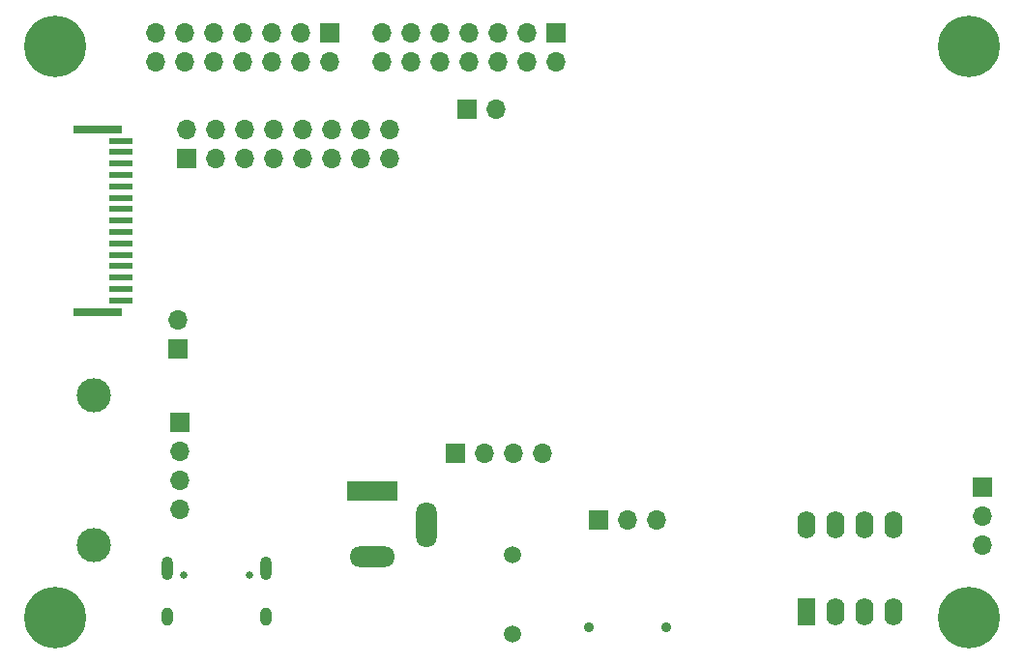
<source format=gbr>
%TF.GenerationSoftware,KiCad,Pcbnew,7.0.1*%
%TF.CreationDate,2024-02-21T01:36:57-05:00*%
%TF.ProjectId,12-30-23-Teacup.kicad_pcb-revC,31322d33-302d-4323-932d-546561637570,B*%
%TF.SameCoordinates,Original*%
%TF.FileFunction,Soldermask,Bot*%
%TF.FilePolarity,Negative*%
%FSLAX46Y46*%
G04 Gerber Fmt 4.6, Leading zero omitted, Abs format (unit mm)*
G04 Created by KiCad (PCBNEW 7.0.1) date 2024-02-21 01:36:57*
%MOMM*%
%LPD*%
G01*
G04 APERTURE LIST*
%ADD10R,2.000000X0.600000*%
%ADD11R,4.200000X0.700000*%
%ADD12C,0.900000*%
%ADD13C,0.800000*%
%ADD14C,5.400000*%
%ADD15R,1.700000X1.700000*%
%ADD16O,1.700000X1.700000*%
%ADD17C,0.650000*%
%ADD18O,1.000000X2.100000*%
%ADD19O,1.000000X1.600000*%
%ADD20C,1.500000*%
%ADD21C,3.000000*%
%ADD22R,1.600000X2.400000*%
%ADD23O,1.600000X2.400000*%
%ADD24R,4.400000X1.800000*%
%ADD25O,4.000000X1.800000*%
%ADD26O,1.800000X4.000000*%
G04 APERTURE END LIST*
D10*
%TO.C,J13*%
X170790000Y-77240000D03*
X170790000Y-76240000D03*
X170790000Y-75240000D03*
X170790000Y-74240000D03*
X170790000Y-73240000D03*
X170790000Y-72240000D03*
X170790000Y-71240000D03*
X170790000Y-70240000D03*
X170790000Y-69240000D03*
X170790000Y-68240000D03*
X170790000Y-67240000D03*
X170790000Y-66240000D03*
X170790000Y-65240000D03*
X170790000Y-64240000D03*
X170790000Y-63240000D03*
D11*
X168690000Y-78240000D03*
X168690000Y-62240000D03*
%TD*%
D12*
%TO.C,SW2*%
X211700000Y-105900000D03*
X218500000Y-105900000D03*
%TD*%
D13*
%TO.C,H4*%
X242975000Y-55000000D03*
X243568109Y-53568109D03*
X243568109Y-56431891D03*
X245000000Y-52975000D03*
D14*
X245000000Y-55000000D03*
D13*
X245000000Y-57025000D03*
X246431891Y-53568109D03*
X246431891Y-56431891D03*
X247025000Y-55000000D03*
%TD*%
%TO.C,H3*%
X242975000Y-105000000D03*
X243568109Y-103568109D03*
X243568109Y-106431891D03*
X245000000Y-102975000D03*
D14*
X245000000Y-105000000D03*
D13*
X245000000Y-107025000D03*
X246431891Y-103568109D03*
X246431891Y-106431891D03*
X247025000Y-105000000D03*
%TD*%
D15*
%TO.C,J12*%
X200010000Y-90590000D03*
D16*
X202550000Y-90590000D03*
X205090000Y-90590000D03*
X207630000Y-90590000D03*
%TD*%
D15*
%TO.C,J7*%
X208825000Y-53825000D03*
D16*
X208825000Y-56365000D03*
X206285000Y-53825000D03*
X206285000Y-56365000D03*
X203745000Y-53825000D03*
X203745000Y-56365000D03*
X201205000Y-53825000D03*
X201205000Y-56365000D03*
X198665000Y-53825000D03*
X198665000Y-56365000D03*
X196125000Y-53825000D03*
X196125000Y-56365000D03*
X193585000Y-53825000D03*
X193585000Y-56365000D03*
%TD*%
D17*
%TO.C,J1*%
X176252500Y-101267500D03*
X182032500Y-101267500D03*
D18*
X174822500Y-100737500D03*
D19*
X174822500Y-104917500D03*
D18*
X183462500Y-100737500D03*
D19*
X183462500Y-104917500D03*
%TD*%
D20*
%TO.C,J10*%
X205030000Y-106495000D03*
X205030000Y-99495000D03*
%TD*%
D15*
%TO.C,J6*%
X189025000Y-53825000D03*
D16*
X189025000Y-56365000D03*
X186485000Y-53825000D03*
X186485000Y-56365000D03*
X183945000Y-53825000D03*
X183945000Y-56365000D03*
X181405000Y-53825000D03*
X181405000Y-56365000D03*
X178865000Y-53825000D03*
X178865000Y-56365000D03*
X176325000Y-53825000D03*
X176325000Y-56365000D03*
X173785000Y-53825000D03*
X173785000Y-56365000D03*
%TD*%
D13*
%TO.C,H1*%
X162975000Y-105000000D03*
X163568109Y-103568109D03*
X163568109Y-106431891D03*
X165000000Y-102975000D03*
D14*
X165000000Y-105000000D03*
D13*
X165000000Y-107025000D03*
X166431891Y-103568109D03*
X166431891Y-106431891D03*
X167025000Y-105000000D03*
%TD*%
D15*
%TO.C,J5*%
X246170000Y-93570000D03*
D16*
X246170000Y-96110000D03*
X246170000Y-98650000D03*
%TD*%
D15*
%TO.C,J4*%
X176525000Y-64775000D03*
D16*
X176525000Y-62235000D03*
X179065000Y-64775000D03*
X179065000Y-62235000D03*
X181605000Y-64775000D03*
X181605000Y-62235000D03*
X184145000Y-64775000D03*
X184145000Y-62235000D03*
X186685000Y-64775000D03*
X186685000Y-62235000D03*
X189225000Y-64775000D03*
X189225000Y-62235000D03*
X191765000Y-64775000D03*
X191765000Y-62235000D03*
X194305000Y-64775000D03*
X194305000Y-62235000D03*
%TD*%
D15*
%TO.C,J11*%
X175890000Y-87910000D03*
D16*
X175890000Y-90450000D03*
X175890000Y-92990000D03*
X175890000Y-95530000D03*
%TD*%
D21*
%TO.C,J3*%
X168400000Y-85530000D03*
X168400000Y-98670000D03*
%TD*%
D13*
%TO.C,H2*%
X162975000Y-55000000D03*
X163568109Y-53568109D03*
X163568109Y-56431891D03*
X165000000Y-52975000D03*
D14*
X165000000Y-55000000D03*
D13*
X165000000Y-57025000D03*
X166431891Y-53568109D03*
X166431891Y-56431891D03*
X167025000Y-55000000D03*
%TD*%
D15*
%TO.C,J9*%
X201025000Y-60475000D03*
D16*
X203565000Y-60475000D03*
%TD*%
D15*
%TO.C,J14*%
X175725000Y-81465000D03*
D16*
X175725000Y-78925000D03*
%TD*%
D22*
%TO.C,U5*%
X230775000Y-104475000D03*
D23*
X233315000Y-104475000D03*
X235855000Y-104475000D03*
X238395000Y-104475000D03*
X238395000Y-96855000D03*
X235855000Y-96855000D03*
X233315000Y-96855000D03*
X230775000Y-96855000D03*
%TD*%
D24*
%TO.C,J8*%
X192740000Y-93900000D03*
D25*
X192740000Y-99700000D03*
D26*
X197540000Y-96900000D03*
%TD*%
D15*
%TO.C,J16*%
X212570000Y-96450000D03*
D16*
X215110000Y-96450000D03*
X217650000Y-96450000D03*
%TD*%
M02*

</source>
